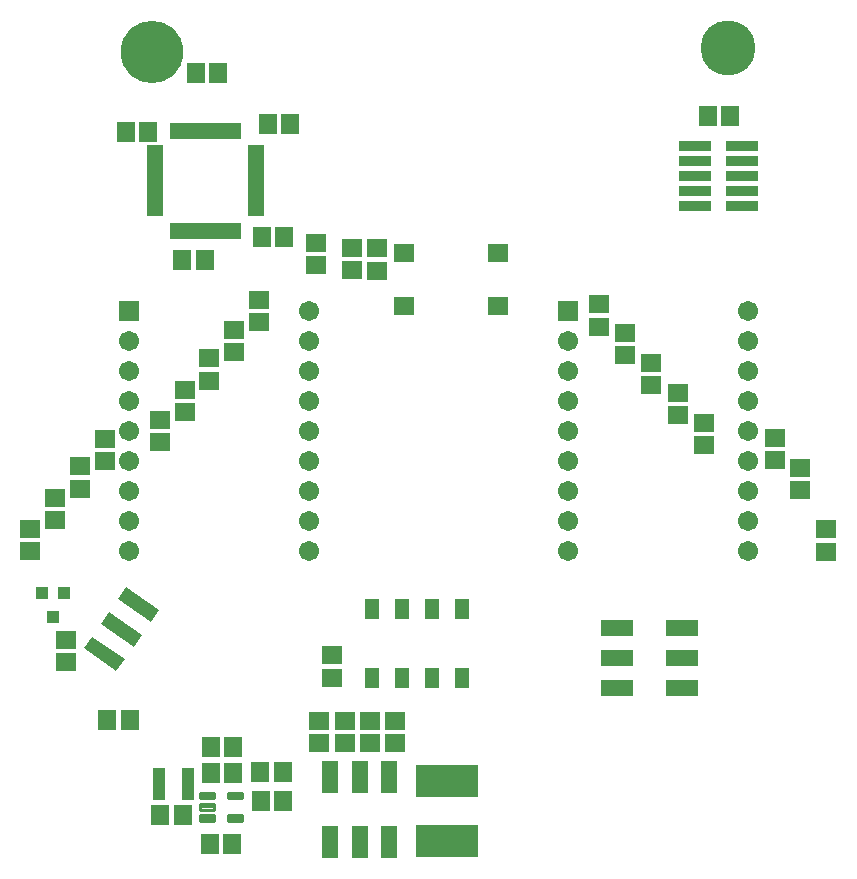
<source format=gbr>
G04 EAGLE Gerber X2 export*
%TF.Part,Single*%
%TF.FileFunction,Soldermask,Bot,1*%
%TF.FilePolarity,Negative*%
%TF.GenerationSoftware,Autodesk,EAGLE,9.1.3*%
%TF.CreationDate,2018-09-17T05:52:35Z*%
G75*
%MOMM*%
%FSLAX34Y34*%
%LPD*%
%AMOC8*
5,1,8,0,0,1.08239X$1,22.5*%
G01*
%ADD10C,5.283200*%
%ADD11C,4.648200*%
%ADD12R,0.503200X1.403200*%
%ADD13R,1.403200X0.503200*%
%ADD14R,1.053200X2.703200*%
%ADD15R,1.503200X1.703200*%
%ADD16R,1.703200X1.503200*%
%ADD17R,1.711200X1.711200*%
%ADD18C,1.711200*%
%ADD19R,2.703200X0.853200*%
%ADD20C,0.278681*%
%ADD21R,0.990600X1.092200*%
%ADD22R,1.193800X1.752600*%
%ADD23R,1.223200X3.373200*%
%ADD24R,1.753200X1.503200*%
%ADD25R,1.403200X2.703200*%
%ADD26R,5.283200X2.743200*%
%ADD27R,2.703200X1.403200*%


D10*
X136398Y1195832D03*
D11*
X623570Y1198880D03*
D12*
X209010Y1043840D03*
X204010Y1043840D03*
X199010Y1043840D03*
X194010Y1043840D03*
X189010Y1043840D03*
X184010Y1043840D03*
X179010Y1043840D03*
X174010Y1043840D03*
X169010Y1043840D03*
X164010Y1043840D03*
X159010Y1043840D03*
X154010Y1043840D03*
D13*
X139010Y1058840D03*
X139010Y1063840D03*
X139010Y1068840D03*
X139010Y1073840D03*
X139010Y1078840D03*
X139010Y1083840D03*
X139010Y1088840D03*
X139010Y1093840D03*
X139010Y1098840D03*
X139010Y1103840D03*
X139010Y1108840D03*
X139010Y1113840D03*
D12*
X154010Y1128840D03*
X159010Y1128840D03*
X164010Y1128840D03*
X169010Y1128840D03*
X174010Y1128840D03*
X179010Y1128840D03*
X184010Y1128840D03*
X189010Y1128840D03*
X194010Y1128840D03*
X199010Y1128840D03*
X204010Y1128840D03*
X209010Y1128840D03*
D13*
X224010Y1113840D03*
X224010Y1108840D03*
X224010Y1103840D03*
X224010Y1098840D03*
X224010Y1093840D03*
X224010Y1088840D03*
X224010Y1083840D03*
X224010Y1078840D03*
X224010Y1073840D03*
X224010Y1068840D03*
X224010Y1063840D03*
X224010Y1058840D03*
D14*
X166620Y575712D03*
X142120Y575712D03*
D15*
X204822Y585364D03*
X185822Y585364D03*
X246900Y585690D03*
X227900Y585690D03*
X228494Y561488D03*
X247494Y561488D03*
X143150Y549804D03*
X162150Y549804D03*
X186076Y606700D03*
X205076Y606700D03*
X204314Y524912D03*
X185314Y524912D03*
D16*
X142870Y883910D03*
X142870Y864910D03*
X75650Y844540D03*
X75650Y825540D03*
X96814Y868162D03*
X96814Y849162D03*
X603650Y881370D03*
X603650Y862370D03*
X581380Y906770D03*
X581380Y887770D03*
X536840Y957570D03*
X536840Y938570D03*
X205600Y960110D03*
X205600Y941110D03*
X184690Y935980D03*
X184690Y916980D03*
X163780Y909310D03*
X163780Y890310D03*
X54486Y817870D03*
X54486Y798870D03*
X33322Y791962D03*
X33322Y772962D03*
X707290Y791200D03*
X707290Y772200D03*
X664020Y868670D03*
X664020Y849670D03*
X559110Y932170D03*
X559110Y913170D03*
X514570Y981700D03*
X514570Y962700D03*
X226510Y985510D03*
X226510Y966510D03*
D17*
X116832Y976400D03*
D18*
X116832Y951000D03*
X116832Y925600D03*
X116832Y900200D03*
X116832Y874800D03*
X116832Y849400D03*
X116832Y824000D03*
X116832Y798600D03*
X116832Y773200D03*
X269232Y773200D03*
X269232Y798600D03*
X269232Y824000D03*
X269232Y849400D03*
X269232Y874800D03*
X269232Y900200D03*
X269232Y925600D03*
X269232Y951000D03*
X269232Y976400D03*
D17*
X488348Y975990D03*
D18*
X488348Y950590D03*
X488348Y925190D03*
X488348Y899790D03*
X488348Y874390D03*
X488348Y848990D03*
X488348Y823590D03*
X488348Y798190D03*
X488348Y772790D03*
X640748Y772790D03*
X640748Y798190D03*
X640748Y823590D03*
X640748Y848990D03*
X640748Y874390D03*
X640748Y899790D03*
X640748Y925190D03*
X640748Y950590D03*
X640748Y975990D03*
D19*
X636086Y1115606D03*
X596086Y1115606D03*
X636086Y1102906D03*
X596086Y1102906D03*
X636086Y1090206D03*
X596086Y1090206D03*
X636086Y1077506D03*
X596086Y1077506D03*
X636086Y1064806D03*
X596086Y1064806D03*
D16*
X685020Y843270D03*
X685020Y824270D03*
D15*
X625704Y1141222D03*
X606704Y1141222D03*
D20*
X188787Y544535D02*
X177141Y544535D01*
X177141Y549281D01*
X188787Y549281D01*
X188787Y544535D01*
X188787Y547183D02*
X177141Y547183D01*
X177141Y554035D02*
X188787Y554035D01*
X177141Y554035D02*
X177141Y558781D01*
X188787Y558781D01*
X188787Y554035D01*
X188787Y556683D02*
X177141Y556683D01*
X177141Y563535D02*
X188787Y563535D01*
X177141Y563535D02*
X177141Y568281D01*
X188787Y568281D01*
X188787Y563535D01*
X188787Y566183D02*
X177141Y566183D01*
X200841Y563535D02*
X212487Y563535D01*
X200841Y563535D02*
X200841Y568281D01*
X212487Y568281D01*
X212487Y563535D01*
X212487Y566183D02*
X200841Y566183D01*
X200841Y544535D02*
X212487Y544535D01*
X200841Y544535D02*
X200841Y549281D01*
X212487Y549281D01*
X212487Y544535D01*
X212487Y547183D02*
X200841Y547183D01*
D16*
X288240Y665530D03*
X288240Y684530D03*
X341570Y629400D03*
X341570Y610400D03*
X299480Y629400D03*
X299480Y610400D03*
X320570Y610400D03*
X320570Y629400D03*
X277584Y610284D03*
X277584Y629284D03*
D21*
X42722Y737368D03*
X62026Y737368D03*
X52374Y717048D03*
D16*
X63500Y697840D03*
X63500Y678840D03*
D15*
X117200Y629870D03*
X98200Y629870D03*
X234290Y1134358D03*
X253290Y1134358D03*
X173076Y1177792D03*
X192076Y1177792D03*
X161950Y1019048D03*
X180950Y1019048D03*
D16*
X326975Y1029106D03*
X326975Y1010106D03*
X305397Y1010514D03*
X305397Y1029514D03*
D22*
X398580Y665300D03*
X398580Y723466D03*
X373180Y665300D03*
X373180Y723466D03*
X347780Y665300D03*
X347780Y723466D03*
X322380Y665300D03*
X322380Y723466D03*
D15*
X229260Y1038860D03*
X248260Y1038860D03*
X133198Y1127506D03*
X114198Y1127506D03*
D23*
G36*
X113081Y681136D02*
X106065Y671117D01*
X78435Y690464D01*
X85451Y700483D01*
X113081Y681136D01*
G37*
G36*
X127650Y701942D02*
X120634Y691923D01*
X93004Y711270D01*
X100020Y721289D01*
X127650Y701942D01*
G37*
G36*
X142219Y722749D02*
X135203Y712730D01*
X107573Y732077D01*
X114589Y742096D01*
X142219Y722749D01*
G37*
D24*
X428750Y1025500D03*
X349250Y1025500D03*
X349250Y980500D03*
X428750Y980500D03*
D25*
X337000Y526500D03*
X312000Y526500D03*
X287000Y526500D03*
X337000Y581500D03*
X312000Y581500D03*
X287000Y581500D03*
D26*
X386000Y527000D03*
X386000Y577800D03*
D27*
X529551Y657345D03*
X529551Y682345D03*
X529551Y707345D03*
X584551Y657345D03*
X584551Y682345D03*
X584551Y707345D03*
D16*
X275139Y1033864D03*
X275139Y1014864D03*
M02*

</source>
